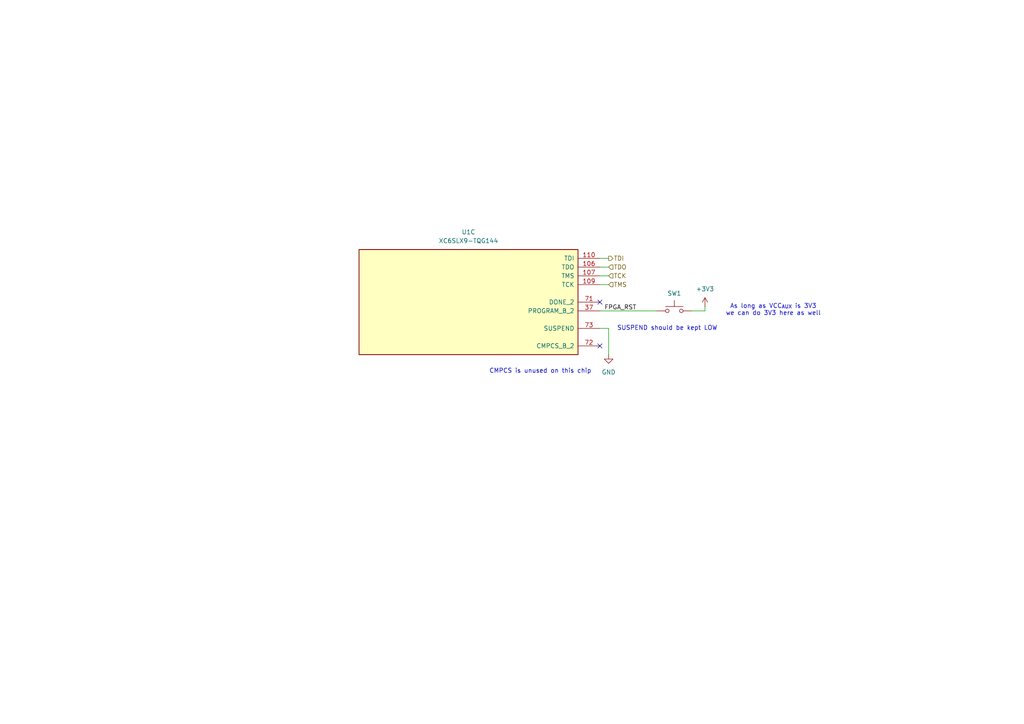
<source format=kicad_sch>
(kicad_sch (version 20231120) (generator "eeschema") (generator_version "8.0")
  (paper "A4")
  (title_block (title "FPGA JTAG Interface") (date "2024-03-11") (rev "1") (company "https://github.com/Cuprum77"))
  (lib_symbols
    (symbol "+3V3_1" (power) (pin_numbers hide) (pin_names (offset 0) hide)
      (property "Value" "+3V3" (at 0 3.556 0))
      (symbol "+3V3_1_0_1"
        (polyline (pts (xy -0.762 1.27) (xy 0 2.54)))
        (polyline (pts (xy 0 0) (xy 0 2.54)))
        (polyline (pts (xy 0 2.54) (xy 0.762 1.27)))
      )
      (symbol "+3V3_1_1_1"
        (pin power_in line (at 0 0 90) (length 0) (name "~") (number "1"))
      )
    )
    (symbol "FPGA_Xilinx_Spartan6:XC6SLX9-TQG144" (pin_names (offset 1.016))
      (property "Reference" "U" (at 0 1.27 0))
      (property "Value" "XC6SLX9-TQG144" (at 0 -1.27 0))
      (symbol "XC6SLX9-TQG144_1_1"
        (rectangle (start -44.45 36.83) (end 44.45 -43.18) (stroke (width 0.254)) (fill (type background)))
        (pin bidirectional line (at 50.8 12.7 180) (length 6.35) (name "IO_L33P_1") (number "100"))
        (pin bidirectional line (at 50.8 15.24 180) (length 6.35) (name "IO_L32N_1") (number "101"))
        (pin bidirectional line (at 50.8 17.78 180) (length 6.35) (name "IO_L32P_1") (number "102"))
        (pin power_in line (at 40.64 43.18 270) (length 6.35) (name "VCCO_1") (number "103"))
        (pin bidirectional line (at 50.8 20.32 180) (length 6.35) (name "IO_L1N_VREF_1") (number "104"))
        (pin bidirectional line (at 50.8 22.86 180) (length 6.35) (name "IO_L1P_1") (number "105"))
        (pin bidirectional line (at -50.8 -40.64 0) (length 6.35) (name "IO_L66N_SCP0_0") (number "111"))
        (pin bidirectional line (at -50.8 -38.1 0) (length 6.35) (name "IO_L66P_SCP1_0") (number "112"))
        (pin bidirectional line (at -50.8 -35.56 0) (length 6.35) (name "IO_L65N_SCP2_0") (number "114"))
        (pin bidirectional line (at -50.8 -33.02 0) (length 6.35) (name "IO_L65P_SCP3_0") (number "115"))
        (pin bidirectional line (at -50.8 -30.48 0) (length 6.35) (name "IO_L64N_SCP4_0") (number "116"))
        (pin bidirectional line (at -50.8 -27.94 0) (length 6.35) (name "IO_L64P_SCP5_0") (number "117"))
        (pin bidirectional line (at -50.8 -25.4 0) (length 6.35) (name "IO_L63N_SCP6_0") (number "118"))
        (pin bidirectional line (at -50.8 -22.86 0) (length 6.35) (name "IO_L63P_SCP7_0") (number "119"))
        (pin bidirectional line (at -50.8 -20.32 0) (length 6.35) (name "IO_L62N_VREF_0") (number "120"))
        (pin bidirectional line (at -50.8 -17.78 0) (length 6.35) (name "IO_L62P_0") (number "121"))
        (pin power_in line (at -40.64 43.18 270) (length 6.35) (name "VCCO_0") (number "122"))
        (pin bidirectional line (at -50.8 -15.24 0) (length 6.35) (name "IO_L37N_GCLK12_0") (number "123"))
        (pin bidirectional line (at -50.8 -12.7 0) (length 6.35) (name "IO_L37P_GCLK13_0") (number "124"))
        (pin power_in line (at -38.1 43.18 270) (length 6.35) (name "VCCO_0") (number "125"))
        (pin bidirectional line (at -50.8 -10.16 0) (length 6.35) (name "IO_L36N_GCLK14_0") (number "126"))
        (pin bidirectional line (at -50.8 -7.62 0) (length 6.35) (name "IO_L36P_GCLK15_0") (number "127"))
        (pin bidirectional line (at -50.8 -5.08 0) (length 6.35) (name "IO_L35N_GCLK16_0") (number "131"))
        (pin bidirectional line (at -50.8 -2.54 0) (length 6.35) (name "IO_L35P_GCLK17_0") (number "132"))
        (pin bidirectional line (at -50.8 0 0) (length 6.35) (name "IO_L34N_GCLK18_0") (number "133"))
        (pin bidirectional line (at -50.8 2.54 0) (length 6.35) (name "IO_L34P_GCLK19_0") (number "134"))
        (pin power_in line (at -35.56 43.18 270) (length 6.35) (name "VCCO_0") (number "135"))
        (pin bidirectional line (at -50.8 5.08 0) (length 6.35) (name "IO_L4N_0") (number "137"))
        (pin bidirectional line (at -50.8 7.62 0) (length 6.35) (name "IO_L4P_0") (number "138"))
        (pin bidirectional line (at -50.8 10.16 0) (length 6.35) (name "IO_L3N_0") (number "139"))
        (pin bidirectional line (at -50.8 12.7 0) (length 6.35) (name "IO_L3P_0") (number "140"))
        (pin bidirectional line (at -50.8 15.24 0) (length 6.35) (name "IO_L2N_0") (number "141"))
        (pin bidirectional line (at -50.8 17.78 0) (length 6.35) (name "IO_L2P_0") (number "142"))
        (pin bidirectional line (at -50.8 20.32 0) (length 6.35) (name "IO_L1N_VREF_0") (number "143"))
        (pin bidirectional line (at -50.8 22.86 0) (length 6.35) (name "IO_L1P_HSWAPEN_0") (number "144"))
        (pin bidirectional line (at 50.8 -35.56 180) (length 6.35) (name "IO_L74N_DOUT_BUSY_1") (number "74"))
        (pin bidirectional line (at 50.8 -33.02 180) (length 6.35) (name "IO_L74P_AWAKE_1") (number "75"))
        (pin power_in line (at 35.56 43.18 270) (length 6.35) (name "VCCO_1") (number "76"))
        (pin bidirectional line (at 50.8 -30.48 180) (length 6.35) (name "IO_L47N_1") (number "78"))
        (pin bidirectional line (at 50.8 -27.94 180) (length 6.35) (name "IO_L47P_1") (number "79"))
        (pin bidirectional line (at 50.8 -25.4 180) (length 6.35) (name "IO_L46N_1") (number "80"))
        (pin bidirectional line (at 50.8 -22.86 180) (length 6.35) (name "IO_L46P_1") (number "81"))
        (pin bidirectional line (at 50.8 -20.32 180) (length 6.35) (name "IO_L45N_1") (number "82"))
        (pin bidirectional line (at 50.8 -17.78 180) (length 6.35) (name "IO_L45P_1") (number "83"))
        (pin bidirectional line (at 50.8 -15.24 180) (length 6.35) (name "IO_L43N_GCLK4_1") (number "84"))
        (pin bidirectional line (at 50.8 -12.7 180) (length 6.35) (name "IO_L43P_GCLK5_1") (number "85"))
        (pin power_in line (at 38.1 43.18 270) (length 6.35) (name "VCCO_1") (number "86"))
        (pin bidirectional line (at 50.8 -10.16 180) (length 6.35) (name "IO_L42N_GCLK6_TRDY1_1") (number "87"))
        (pin bidirectional line (at 50.8 -7.62 180) (length 6.35) (name "IO_L42P_GCLK7_1") (number "88"))
        (pin bidirectional line (at 50.8 -5.08 180) (length 6.35) (name "IO_L41N_GCLK8_1") (number "92"))
        (pin bidirectional line (at 50.8 -2.54 180) (length 6.35) (name "IO_L41P_GCLK9_IRDY1_1") (number "93"))
        (pin bidirectional line (at 50.8 0 180) (length 6.35) (name "IO_L40N_GCLK10_1") (number "94"))
        (pin bidirectional line (at 50.8 2.54 180) (length 6.35) (name "IO_L40P_GCLK11_1") (number "95"))
        (pin bidirectional line (at 50.8 5.08 180) (length 6.35) (name "IO_L34N_1") (number "97"))
        (pin bidirectional line (at 50.8 7.62 180) (length 6.35) (name "IO_L34P_1") (number "98"))
        (pin bidirectional line (at 50.8 10.16 180) (length 6.35) (name "IO_L33N_1") (number "99"))
      )
      (symbol "XC6SLX9-TQG144_2_1"
        (rectangle (start -44.45 36.83) (end 44.45 -43.18) (stroke (width 0.254)) (fill (type background)))
        (pin bidirectional line (at 50.8 -40.64 180) (length 6.35) (name "IO_L83N_VREF_3") (number "1"))
        (pin bidirectional line (at 50.8 -22.86 180) (length 6.35) (name "IO_L50P_3") (number "10"))
        (pin bidirectional line (at 50.8 -20.32 180) (length 6.35) (name "IO_L49N_3") (number "11"))
        (pin bidirectional line (at 50.8 -17.78 180) (length 6.35) (name "IO_L49P_3") (number "12"))
        (pin bidirectional line (at 50.8 -15.24 180) (length 6.35) (name "IO_L44N_GCLK20_3") (number "14"))
        (pin bidirectional line (at 50.8 -12.7 180) (length 6.35) (name "IO_L44P_GCLK21_3") (number "15"))
        (pin bidirectional line (at 50.8 -10.16 180) (length 6.35) (name "IO_L43N_GCLK22_IRDY2_3") (number "16"))
        (pin bidirectional line (at 50.8 -7.62 180) (length 6.35) (name "IO_L43P_GCLK23_3") (number "17"))
        (pin power_in line (at 38.1 43.18 270) (length 6.35) (name "VCCO_3") (number "18"))
        (pin bidirectional line (at 50.8 -38.1 180) (length 6.35) (name "IO_L83P_3") (number "2"))
        (pin bidirectional line (at 50.8 -5.08 180) (length 6.35) (name "IO_L42N_GCLK24_3") (number "21"))
        (pin bidirectional line (at 50.8 -2.54 180) (length 6.35) (name "IO_L42P_GCLK25_TRDY2_3") (number "22"))
        (pin bidirectional line (at 50.8 0 180) (length 6.35) (name "IO_L41N_GCLK26_3") (number "23"))
        (pin bidirectional line (at 50.8 2.54 180) (length 6.35) (name "IO_L41P_GCLK27_3") (number "24"))
        (pin bidirectional line (at 50.8 5.08 180) (length 6.35) (name "IO_L37N_3") (number "26"))
        (pin bidirectional line (at 50.8 7.62 180) (length 6.35) (name "IO_L37P_3") (number "27"))
        (pin bidirectional line (at 50.8 10.16 180) (length 6.35) (name "IO_L36N_3") (number "29"))
        (pin bidirectional line (at 50.8 12.7 180) (length 6.35) (name "IO_L36P_3") (number "30"))
        (pin power_in line (at 40.64 43.18 270) (length 6.35) (name "VCCO_3") (number "31"))
        (pin bidirectional line (at 50.8 15.24 180) (length 6.35) (name "IO_L2N_3") (number "32"))
        (pin bidirectional line (at 50.8 17.78 180) (length 6.35) (name "IO_L2P_3") (number "33"))
        (pin bidirectional line (at 50.8 20.32 180) (length 6.35) (name "IO_L1N_VREF_3") (number "34"))
        (pin bidirectional line (at 50.8 22.86 180) (length 6.35) (name "IO_L1P_3") (number "35"))
        (pin bidirectional line (at -50.8 -40.64 0) (length 6.35) (name "IO_L65N_CSO_B_2") (number "38"))
        (pin bidirectional line (at -50.8 -38.1 0) (length 6.35) (name "IO_L65P_INIT_B_2") (number "39"))
        (pin power_in line (at 35.56 43.18 270) (length 6.35) (name "VCCO_3") (number "4"))
        (pin bidirectional line (at -50.8 -35.56 0) (length 6.35) (name "IO_L64N_D9_2") (number "40"))
        (pin bidirectional line (at -50.8 -33.02 0) (length 6.35) (name "IO_L64P_D8_2") (number "41"))
        (pin power_in line (at -40.64 43.18 270) (length 6.35) (name "VCCO_2") (number "42"))
        (pin bidirectional line (at -50.8 -30.48 0) (length 6.35) (name "IO_L62N_D6_2") (number "43"))
        (pin bidirectional line (at -50.8 -27.94 0) (length 6.35) (name "IO_L62P_D5_2") (number "44"))
        (pin bidirectional line (at -50.8 -25.4 0) (length 6.35) (name "IO_L49N_D4_2") (number "45"))
        (pin bidirectional line (at -50.8 -22.86 0) (length 6.35) (name "IO_L49P_D3_2") (number "46"))
        (pin bidirectional line (at -50.8 -20.32 0) (length 6.35) (name "IO_L48N_RDWR_B_VREF_2") (number "47"))
        (pin bidirectional line (at -50.8 -17.78 0) (length 6.35) (name "IO_L48P_D7_2") (number "48"))
        (pin bidirectional line (at 50.8 -35.56 180) (length 6.35) (name "IO_L52N_3") (number "5"))
        (pin bidirectional line (at -50.8 -15.24 0) (length 6.35) (name "IO_L31N_GCLK30_D15_2") (number "50"))
        (pin bidirectional line (at -50.8 -12.7 0) (length 6.35) (name "IO_L31P_GCLK31_D14_2") (number "51"))
        (pin bidirectional line (at -50.8 -10.16 0) (length 6.35) (name "IO_L30N_GCLK0_USERCCLK_2") (number "55"))
        (pin bidirectional line (at -50.8 -7.62 0) (length 6.35) (name "IO_L30P_GCLK1_D13_2") (number "56"))
        (pin bidirectional line (at -50.8 -5.08 0) (length 6.35) (name "IO_L14N_D12_2") (number "57"))
        (pin bidirectional line (at -50.8 -2.54 0) (length 6.35) (name "IO_L14P_D11_2") (number "58"))
        (pin bidirectional line (at -50.8 0 0) (length 6.35) (name "IO_L13N_D10_2") (number "59"))
        (pin bidirectional line (at 50.8 -33.02 180) (length 6.35) (name "IO_L52P_3") (number "6"))
        (pin bidirectional line (at -50.8 2.54 0) (length 6.35) (name "IO_L13P_M1_2") (number "60"))
        (pin bidirectional line (at -50.8 5.08 0) (length 6.35) (name "IO_L12N_D2_MISO3_2") (number "61"))
        (pin bidirectional line (at -50.8 7.62 0) (length 6.35) (name "IO_L12P_D1_MISO2_2") (number "62"))
        (pin power_in line (at -38.1 43.18 270) (length 6.35) (name "VCCO_2") (number "63"))
        (pin bidirectional line (at -50.8 10.16 0) (length 6.35) (name "IO_L3N_MOSI_CSI_B_MISO0_2") (number "64"))
        (pin bidirectional line (at -50.8 12.7 0) (length 6.35) (name "IO_L3P_D0_DIN_MISO_MISO1_2") (number "65"))
        (pin bidirectional line (at -50.8 15.24 0) (length 6.35) (name "IO_L2N_CMPMOSI_2") (number "66"))
        (pin bidirectional line (at -50.8 17.78 0) (length 6.35) (name "IO_L2P_CMPCLK_2") (number "67"))
        (pin bidirectional line (at -50.8 20.32 0) (length 6.35) (name "IO_L1N_M0_CMPMISO_2") (number "69"))
        (pin bidirectional line (at 50.8 -30.48 180) (length 6.35) (name "IO_L51N_3") (number "7"))
        (pin bidirectional line (at -50.8 22.86 0) (length 6.35) (name "IO_L1P_CCLK_2") (number "70"))
        (pin bidirectional line (at 50.8 -27.94 180) (length 6.35) (name "IO_L51P_3") (number "8"))
        (pin bidirectional line (at 50.8 -25.4 180) (length 6.35) (name "IO_L50N_3") (number "9"))
      )
      (symbol "XC6SLX9-TQG144_3_1"
        (rectangle (start -31.75 15.24) (end 31.75 -15.24) (stroke (width 0.254)) (fill (type background)))
        (pin bidirectional line (at 38.1 10.16 180) (length 6.35) (name "TDO") (number "106"))
        (pin bidirectional line (at 38.1 7.62 180) (length 6.35) (name "TMS") (number "107"))
        (pin bidirectional line (at 38.1 5.08 180) (length 6.35) (name "TCK") (number "109"))
        (pin bidirectional line (at 38.1 12.7 180) (length 6.35) (name "TDI") (number "110"))
        (pin bidirectional line (at 38.1 -2.54 180) (length 6.35) (name "PROGRAM_B_2") (number "37"))
        (pin bidirectional line (at 38.1 0 180) (length 6.35) (name "DONE_2") (number "71"))
        (pin bidirectional line (at 38.1 -12.7 180) (length 6.35) (name "CMPCS_B_2") (number "72"))
        (pin bidirectional line (at 38.1 -7.62 180) (length 6.35) (name "SUSPEND") (number "73"))
      )
      (symbol "XC6SLX9-TQG144_4_1"
        (rectangle (start -19.05 17.78) (end 19.05 -17.78) (stroke (width 0.254)) (fill (type background)))
        (pin power_in line (at 25.4 -7.62 180) (length 6.35) (name "GND") (number "108"))
        (pin power_in line (at 25.4 -10.16 180) (length 6.35) (name "GND") (number "113"))
        (pin power_in line (at 25.4 5.08 180) (length 6.35) (name "VCCINT") (number "128"))
        (pin power_in line (at -25.4 5.08 0) (length 6.35) (name "VCCAUX") (number "129"))
        (pin power_in line (at -25.4 -2.54 0) (length 6.35) (name "GND") (number "13"))
        (pin power_in line (at 25.4 -12.7 180) (length 6.35) (name "GND") (number "130"))
        (pin power_in line (at 25.4 -15.24 180) (length 6.35) (name "GND") (number "136"))
        (pin power_in line (at 25.4 15.24 180) (length 6.35) (name "VCCINT") (number "19"))
        (pin power_in line (at -25.4 15.24 0) (length 6.35) (name "VCCAUX") (number "20"))
        (pin power_in line (at -25.4 -5.08 0) (length 6.35) (name "GND") (number "25"))
        (pin power_in line (at 25.4 12.7 180) (length 6.35) (name "VCCINT") (number "28"))
        (pin power_in line (at -25.4 0 0) (length 6.35) (name "GND") (number "3"))
        (pin power_in line (at -25.4 12.7 0) (length 6.35) (name "VCCAUX") (number "36"))
        (pin power_in line (at -25.4 -7.62 0) (length 6.35) (name "GND") (number "49"))
        (pin power_in line (at 25.4 10.16 180) (length 6.35) (name "VCCINT") (number "52"))
        (pin power_in line (at -25.4 10.16 0) (length 6.35) (name "VCCAUX") (number "53"))
        (pin power_in line (at -25.4 -10.16 0) (length 6.35) (name "GND") (number "54"))
        (pin power_in line (at -25.4 -12.7 0) (length 6.35) (name "GND") (number "68"))
        (pin power_in line (at -25.4 -15.24 0) (length 6.35) (name "GND") (number "77"))
        (pin power_in line (at 25.4 7.62 180) (length 6.35) (name "VCCINT") (number "89"))
        (pin power_in line (at -25.4 7.62 0) (length 6.35) (name "VCCAUX") (number "90"))
        (pin power_in line (at 25.4 -2.54 180) (length 6.35) (name "GND") (number "91"))
        (pin power_in line (at 25.4 -5.08 180) (length 6.35) (name "GND") (number "96"))
      )
    )
    (symbol "PCM_4ms_Power-symbol:GND" (power) (pin_names (offset 0))
      (property "Value" "GND" (at 0 -3.81 0))
      (symbol "GND_0_1"
        (polyline (pts (xy 0 0) (xy 0 -1.27) (xy 1.27 -1.27) (xy 0 -2.54) (xy -1.27 -1.27) (xy 0 -1.27)))
      )
      (symbol "GND_1_1"
        (pin power_in line (at 0 0 270) (length 0) hide (name "GND") (number "1"))
      )
    )
    (symbol "Switch:SW_Push" (pin_numbers hide) (pin_names (offset 1.016) hide)
      (property "Reference" "SW" (at 1.27 2.54 0))
      (property "Value" "SW_Push" (at 0 -1.524 0))
      (symbol "SW_Push_0_1"
        (circle (center -2.032 0) (radius 0.508))
        (polyline (pts (xy 0 1.27) (xy 0 3.048)))
        (polyline (pts (xy 2.54 1.27) (xy -2.54 1.27)))
        (circle (center 2.032 0) (radius 0.508))
        (pin passive line (at -5.08 0 0) (length 2.54) (name "1") (number "1"))
        (pin passive line (at 5.08 0 180) (length 2.54) (name "2") (number "2"))
      )
    )
  )
  (no_connect (at 173.99 87.63))
  (no_connect (at 173.99 100.33))
  (wire (pts (xy 176.53 95.25) (xy 176.53 102.87)))
  (wire (pts (xy 176.53 82.55) (xy 173.99 82.55)))
  (wire (pts (xy 173.99 90.17) (xy 190.5 90.17)))
  (wire (pts (xy 204.47 90.17) (xy 200.66 90.17)))
  (wire (pts (xy 176.53 80.01) (xy 173.99 80.01)))
  (wire (pts (xy 204.47 88.9) (xy 204.47 90.17)))
  (wire (pts (xy 176.53 77.47) (xy 173.99 77.47)))
  (wire (pts (xy 173.99 95.25) (xy 176.53 95.25)))
  (wire (pts (xy 176.53 74.93) (xy 173.99 74.93)))
  (text "SUSPEND should be kept LOW" (at 193.548 95.25 0) (effects (font (size 1.27 1.27))))
  (text "CMPCS is unused on this chip" (at 156.718 107.696 0) (effects (font (size 1.27 1.27))))
  (text "As long as VCC_{AUX} is 3V3\nwe can do 3V3 here as well" (at 224.282 89.916 0) (effects (font (size 1.27 1.27))))
  (label "FPGA_RST" (at 175.26 90.17 0))
  (hierarchical_label "TDO" (shape input) (at 176.53 77.47 0))
  (hierarchical_label "TCK" (shape input) (at 176.53 80.01 0))
  (hierarchical_label "TDI" (shape output) (at 176.53 74.93 0))
  (hierarchical_label "TMS" (shape input) (at 176.53 82.55 0))
  (symbol (lib_id "PCM_4ms_Power-symbol:GND") (at 176.53 102.87 0) (unit 1)
    (property "Reference" "#PWR032" (effects (hide yes)))
    (property "Value" "GND" (at 176.53 107.95 0))
  )
  (symbol (lib_id "FPGA_Xilinx_Spartan6:XC6SLX9-TQG144") (at 135.89 87.63 0) (unit 3)
    (property "Reference" "U1" (at 135.89 67.31 0))
    (property "Value" "XC6SLX9-TQG144" (at 135.89 69.85 0))
    (property "Footprint" "Package_QFP:TQFP-144_20x20mm_P0.5mm" (effects (hide yes)))
    (property "Description" "Spartan 6 LX 9 XC6SLX9-TQG144" (effects (hide yes)))
  )
  (symbol (lib_name "+3V3_1") (lib_id "power:+3V3") (at 204.47 88.9 0) (unit 1)
    (property "Reference" "#PWR033" (effects (hide yes)))
    (property "Value" "+3V3" (at 204.47 83.82 0))
    (property "Description" "Power symbol creates a global label with name \"+3V3\"" (effects (hide yes)))
  )
  (symbol (lib_id "Switch:SW_Push") (at 195.58 90.17 0) (unit 1)
    (property "Reference" "SW1" (at 195.58 85.09 0))
    (property "Value" "DNF" (effects (hide yes)))
    (property "Footprint" "KiCAD Library:PTS636 SM25J SMTR LFS" (effects (hide yes)))
  )
)
</source>
